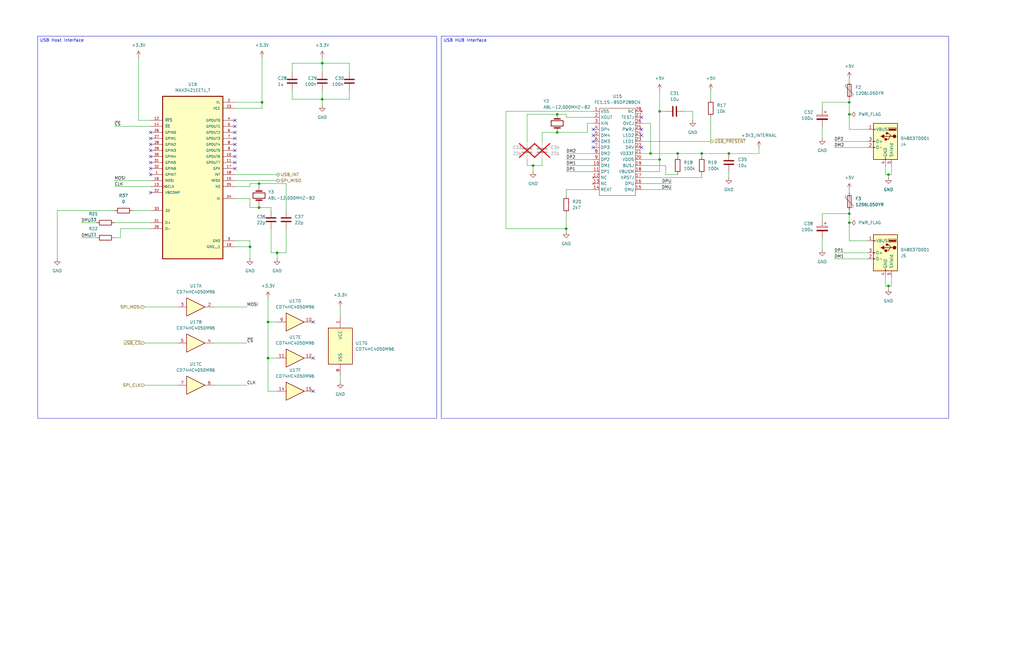
<source format=kicad_sch>
(kicad_sch (version 20250114) (generator "eeschema") (generator_version "9.0")
  (paper "USLedger")
  (lib_symbols
    (symbol "4xxx:4050" (pin_names (offset 1.016))
      (property "Reference" "U" (at 0 1.27 0))
      (property "Value" "4050" (at 0 -1.27 0))
      (symbol "4050_1_0"
        (polyline (pts (xy -3.81 3.81) (xy -3.81 -3.81) (xy 3.81 0) (xy -3.81 3.81)) (stroke (width 0.254)) (fill (type background)))
        (pin input line (at -7.62 0 0) (length 3.81) (name "~") (number "3"))
        (pin output line (at 7.62 0 180) (length 3.81) (name "~") (number "2"))
      )
      (symbol "4050_2_0"
        (polyline (pts (xy -3.81 3.81) (xy -3.81 -3.81) (xy 3.81 0) (xy -3.81 3.81)) (stroke (width 0.254)) (fill (type background)))
        (pin input line (at -7.62 0 0) (length 3.81) (name "~") (number "5"))
        (pin output line (at 7.62 0 180) (length 3.81) (name "~") (number "4"))
      )
      (symbol "4050_3_0"
        (polyline (pts (xy -3.81 3.81) (xy -3.81 -3.81) (xy 3.81 0) (xy -3.81 3.81)) (stroke (width 0.254)) (fill (type background)))
        (pin input line (at -7.62 0 0) (length 3.81) (name "~") (number "7"))
        (pin output line (at 7.62 0 180) (length 3.81) (name "~") (number "6"))
      )
      (symbol "4050_4_0"
        (polyline (pts (xy -3.81 3.81) (xy -3.81 -3.81) (xy 3.81 0) (xy -3.81 3.81)) (stroke (width 0.254)) (fill (type background)))
        (pin input line (at -7.62 0 0) (length 3.81) (name "~") (number "9"))
        (pin output line (at 7.62 0 180) (length 3.81) (name "~") (number "10"))
      )
      (symbol "4050_5_0"
        (polyline (pts (xy -3.81 3.81) (xy -3.81 -3.81) (xy 3.81 0) (xy -3.81 3.81)) (stroke (width 0.254)) (fill (type background)))
        (pin input line (at -7.62 0 0) (length 3.81) (name "~") (number "11"))
        (pin output line (at 7.62 0 180) (length 3.81) (name "~") (number "12"))
      )
      (symbol "4050_6_0"
        (polyline (pts (xy -3.81 3.81) (xy -3.81 -3.81) (xy 3.81 0) (xy -3.81 3.81)) (stroke (width 0.254)) (fill (type background)))
        (pin input line (at -7.62 0 0) (length 3.81) (name "~") (number "14"))
        (pin output line (at 7.62 0 180) (length 3.81) (name "~") (number "15"))
      )
      (symbol "4050_7_0"
        (pin power_in line (at 0 12.7 270) (length 5.08) (name "VCC") (number "1"))
        (pin power_in line (at 0 -12.7 90) (length 5.08) (name "VSS") (number "8"))
      )
      (symbol "4050_7_1"
        (rectangle (start -5.08 7.62) (end 5.08 -7.62) (stroke (width 0.254)) (fill (type background)))
      )
    )
    (symbol "Connector:USB_A" (pin_names (offset 1.016))
      (property "Reference" "J" (at -5.08 11.43 0))
      (property "Value" "USB_A" (at -5.08 8.89 0))
      (symbol "USB_A_0_1"
        (rectangle (start -5.08 -7.62) (end 5.08 7.62) (stroke (width 0.254)) (fill (type background)))
        (circle (center -3.81 2.159) (radius 0.635) (stroke (width 0.254)) (fill (type outline)))
        (polyline (pts (xy -3.175 2.159) (xy -2.54 2.159) (xy -1.27 3.429) (xy -0.635 3.429)) (stroke (width 0.254)))
        (polyline (pts (xy -2.54 2.159) (xy -1.905 2.159) (xy -1.27 0.889) (xy 0 0.889)) (stroke (width 0.254)))
        (rectangle (start -1.524 4.826) (end -4.318 5.334) (fill (type outline)))
        (rectangle (start -1.27 4.572) (end -4.572 5.842))
        (circle (center -0.635 3.429) (radius 0.381) (stroke (width 0.254)) (fill (type outline)))
        (rectangle (start -0.127 -7.62) (end 0.127 -6.858))
        (rectangle (start 0.254 1.27) (end -0.508 0.508) (stroke (width 0.254)) (fill (type outline)))
        (polyline (pts (xy 0.635 2.794) (xy 0.635 1.524) (xy 1.905 2.159) (xy 0.635 2.794)) (stroke (width 0.254)) (fill (type outline)))
        (rectangle (start 5.08 4.953) (end 4.318 5.207))
        (rectangle (start 5.08 -0.127) (end 4.318 0.127))
        (rectangle (start 5.08 -2.667) (end 4.318 -2.413))
      )
      (symbol "USB_A_1_1"
        (polyline (pts (xy -1.905 2.159) (xy 0.635 2.159)) (stroke (width 0.254)))
        (pin passive line (at -2.54 -10.16 90) (length 2.54) (name "Shield") (number "5"))
        (pin power_in line (at 0 -10.16 90) (length 2.54) (name "GND") (number "4"))
        (pin power_in line (at 7.62 5.08 180) (length 2.54) (name "VBUS") (number "1"))
        (pin bidirectional line (at 7.62 0 180) (length 2.54) (name "D+") (number "3"))
        (pin bidirectional line (at 7.62 -2.54 180) (length 2.54) (name "D-") (number "2"))
      )
    )
    (symbol "Device:C" (pin_numbers (hide yes)) (pin_names (offset 0.254))
      (property "Reference" "C" (at 0.635 2.54 0))
      (property "Value" "C" (at 0.635 -2.54 0))
      (symbol "C_0_1"
        (polyline (pts (xy -2.032 0.762) (xy 2.032 0.762)) (stroke (width 0.508)))
        (polyline (pts (xy -2.032 -0.762) (xy 2.032 -0.762)) (stroke (width 0.508)))
      )
      (symbol "C_1_1"
        (pin passive line (at 0 3.81 270) (length 2.794) (name "~") (number "1"))
        (pin passive line (at 0 -3.81 90) (length 2.794) (name "~") (number "2"))
      )
    )
    (symbol "Device:C_Polarized" (pin_numbers (hide yes)) (pin_names (offset 0.254))
      (property "Reference" "C" (at 0.635 2.54 0))
      (property "Value" "C_Polarized" (at 0.635 -2.54 0))
      (symbol "C_Polarized_0_1"
        (rectangle (start -2.286 0.508) (end 2.286 1.016))
        (polyline (pts (xy -1.778 2.286) (xy -0.762 2.286)))
        (polyline (pts (xy -1.27 2.794) (xy -1.27 1.778)))
        (rectangle (start 2.286 -0.508) (end -2.286 -1.016) (fill (type outline)))
      )
      (symbol "C_Polarized_1_1"
        (pin passive line (at 0 3.81 270) (length 2.794) (name "~") (number "1"))
        (pin passive line (at 0 -3.81 90) (length 2.794) (name "~") (number "2"))
      )
    )
    (symbol "Device:Crystal" (pin_numbers (hide yes)) (pin_names (offset 1.016) (hide yes))
      (property "Reference" "Y" (at 0 3.81 0))
      (property "Value" "Crystal" (at 0 -3.81 0))
      (symbol "Crystal_0_1"
        (polyline (pts (xy -2.54 0) (xy -1.905 0)))
        (polyline (pts (xy -1.905 -1.27) (xy -1.905 1.27)) (stroke (width 0.508)))
        (rectangle (start -1.143 2.54) (end 1.143 -2.54) (stroke (width 0.3048)))
        (polyline (pts (xy 1.905 -1.27) (xy 1.905 1.27)) (stroke (width 0.508)))
        (polyline (pts (xy 2.54 0) (xy 1.905 0)))
      )
      (symbol "Crystal_1_1"
        (pin passive line (at -3.81 0 0) (length 1.27) (name "1") (number "1"))
        (pin passive line (at 3.81 0 180) (length 1.27) (name "2") (number "2"))
      )
    )
    (symbol "Device:Polyfuse" (pin_numbers (hide yes)) (pin_names (offset 0))
      (property "Reference" "F" (at -2.54 0 90))
      (property "Value" "Polyfuse" (at 2.54 0 90))
      (symbol "Polyfuse_0_1"
        (polyline (pts (xy -1.524 2.54) (xy -1.524 1.524) (xy 1.524 -1.524) (xy 1.524 -2.54)))
        (rectangle (start -0.762 2.54) (end 0.762 -2.54) (stroke (width 0.254)))
        (polyline (pts (xy 0 2.54) (xy 0 -2.54)))
      )
      (symbol "Polyfuse_1_1"
        (pin passive line (at 0 3.81 270) (length 1.27) (name "~") (number "1"))
        (pin passive line (at 0 -3.81 90) (length 1.27) (name "~") (number "2"))
      )
    )
    (symbol "Device:R" (pin_numbers (hide yes)) (pin_names (offset 0))
      (property "Reference" "R" (at 2.032 0 90))
      (property "Value" "R" (at 0 0 90))
      (symbol "R_0_1"
        (rectangle (start -1.016 -2.54) (end 1.016 2.54) (stroke (width 0.254)))
      )
      (symbol "R_1_1"
        (pin passive line (at 0 3.81 270) (length 1.27) (name "~") (number "1"))
        (pin passive line (at 0 -3.81 90) (length 1.27) (name "~") (number "2"))
      )
    )
    (symbol "MAX3421EETJ_T:MAX3421EETJ_T" (pin_names (offset 1.016))
      (property "Reference" "U15" (at 0 38.1 0))
      (property "Value" "MAX3421EETJ_T" (at 0 35.56 0))
      (symbol "MAX3421EETJ_T_0_0"
        (rectangle (start -12.7 -35.56) (end 12.7 33.02) (stroke (width 0.41)) (fill (type background)))
        (pin input line (at -17.78 22.86 0) (length 5.08) (name "~{RES}") (number "12"))
        (pin input line (at -17.78 20.32 0) (length 5.08) (name "~{SS}") (number "14"))
        (pin input line (at -17.78 17.78 0) (length 5.08) (name "GPIN0") (number "26"))
        (pin input line (at -17.78 15.24 0) (length 5.08) (name "GPIN1") (number "27"))
        (pin input line (at -17.78 12.7 0) (length 5.08) (name "GPIN2") (number "28"))
        (pin input line (at -17.78 10.16 0) (length 5.08) (name "GPIN3") (number "29"))
        (pin input line (at -17.78 7.62 0) (length 5.08) (name "GPIN4") (number "30"))
        (pin input line (at -17.78 5.08 0) (length 5.08) (name "GPIN5") (number "31"))
        (pin input line (at -17.78 2.54 0) (length 5.08) (name "GPIN6") (number "32"))
        (pin input line (at -17.78 0 0) (length 5.08) (name "GPIN7") (number "1"))
        (pin input line (at -17.78 -2.54 0) (length 5.08) (name "MOSI") (number "16"))
        (pin input clock (at -17.78 -5.08 0) (length 5.08) (name "SCLK") (number "13"))
        (pin input line (at -17.78 -7.62 0) (length 5.08) (name "VBCOMP") (number "22"))
        (pin bidirectional line (at -17.78 -15.24 0) (length 5.08) (name "33") (number "33"))
        (pin bidirectional line (at -17.78 -20.32 0) (length 5.08) (name "D+") (number "21"))
        (pin bidirectional line (at -17.78 -22.86 0) (length 5.08) (name "D-") (number "20"))
        (pin power_in line (at 17.78 30.48 180) (length 5.08) (name "VL") (number "2"))
        (pin power_in line (at 17.78 27.94 180) (length 5.08) (name "VCC") (number "23"))
        (pin output line (at 17.78 22.86 180) (length 5.08) (name "GPOUT0") (number "4"))
        (pin output line (at 17.78 20.32 180) (length 5.08) (name "GPOUT1") (number "5"))
        (pin output line (at 17.78 17.78 180) (length 5.08) (name "GPOUT2") (number "6"))
        (pin output line (at 17.78 15.24 180) (length 5.08) (name "GPOUT3") (number "7"))
        (pin output line (at 17.78 12.7 180) (length 5.08) (name "GPOUT4") (number "8"))
        (pin output line (at 17.78 10.16 180) (length 5.08) (name "GPOUT5") (number "9"))
        (pin output line (at 17.78 7.62 180) (length 5.08) (name "GPOUT6") (number "10"))
        (pin output line (at 17.78 5.08 180) (length 5.08) (name "GPOUT7") (number "11"))
        (pin output line (at 17.78 2.54 180) (length 5.08) (name "GPX") (number "17"))
        (pin output line (at 17.78 0 180) (length 5.08) (name "INT") (number "18"))
        (pin output line (at 17.78 -2.54 180) (length 5.08) (name "MISO") (number "15"))
        (pin output line (at 17.78 -5.08 180) (length 5.08) (name "XO") (number "25"))
        (pin input line (at 17.78 -10.16 180) (length 5.08) (name "XI") (number "24"))
        (pin power_in line (at 17.78 -27.94 180) (length 5.08) (name "GND") (number "3"))
        (pin power_in line (at 17.78 -30.48 180) (length 5.08) (name "GND__1") (number "19"))
      )
    )
    (symbol "Z80HomeBreW:FE1.1s"
      (property "Reference" "U" (at 0 -1.016 0))
      (symbol "FE1.1s_0_0"
        (pin power_in line (at -10.16 -3.81 0) (length 2.54) (name "VSS") (number "1"))
        (pin output line (at -10.16 -6.35 0) (length 2.54) (name "XOUT") (number "2"))
        (pin input line (at -10.16 -8.89 0) (length 2.54) (name "XIN") (number "3"))
        (pin bidirectional line (at -10.16 -11.43 0) (length 2.54) (name "DP4") (number "4"))
        (pin bidirectional line (at -10.16 -13.97 0) (length 2.54) (name "DM4") (number "5"))
        (pin bidirectional line (at -10.16 -16.51 0) (length 2.54) (name "DM3") (number "6"))
        (pin bidirectional line (at -10.16 -19.05 0) (length 2.54) (name "DP3") (number "7"))
        (pin bidirectional line (at -10.16 -21.59 0) (length 2.54) (name "DM2") (number "8"))
        (pin bidirectional line (at -10.16 -24.13 0) (length 2.54) (name "DP2") (number "9"))
        (pin bidirectional line (at -10.16 -26.67 0) (length 2.54) (name "DM1") (number "10"))
        (pin bidirectional line (at -10.16 -29.21 0) (length 2.54) (name "DP1") (number "11"))
        (pin no_connect line (at -10.16 -31.75 0) (length 2.54) (name "NC") (number "12"))
        (pin no_connect line (at -10.16 -34.29 0) (length 2.54) (name "NC") (number "13"))
        (pin no_connect line (at 10.16 -3.81 180) (length 2.54) (name "NC") (number "28"))
        (pin unspecified line (at 10.16 -6.35 180) (length 2.54) (name "TESTJ") (number "27"))
        (pin input line (at 10.16 -8.89 180) (length 2.54) (name "OVCJ") (number "26"))
        (pin unspecified line (at 10.16 -11.43 180) (length 2.54) (name "PWRJ") (number "25"))
        (pin bidirectional line (at 10.16 -13.97 180) (length 2.54) (name "LED2") (number "24"))
        (pin bidirectional line (at 10.16 -16.51 180) (length 2.54) (name "LED1") (number "23"))
        (pin bidirectional line (at 10.16 -19.05 180) (length 2.54) (name "DRV") (number "22"))
        (pin power_out line (at 10.16 -21.59 180) (length 2.54) (name "VD33F") (number "21"))
        (pin power_in line (at 10.16 -24.13 180) (length 2.54) (name "VDD5") (number "20"))
        (pin input line (at 10.16 -26.67 180) (length 2.54) (name "BUSJ") (number "19"))
        (pin input line (at 10.16 -29.21 180) (length 2.54) (name "VBUSM") (number "18"))
        (pin input line (at 10.16 -31.75 180) (length 2.54) (name "XRSTJ") (number "17"))
        (pin bidirectional line (at 10.16 -34.29 180) (length 2.54) (name "DPU") (number "16"))
        (pin bidirectional line (at 10.16 -36.83 180) (length 2.54) (name "DMU") (number "15"))
      )
      (symbol "FE1.1s_0_1"
        (rectangle (start -7.62 -2.54) (end 7.62 -39.37))
      )
      (symbol "FE1.1s_1_0"
        (pin bidirectional line (at -10.16 -36.83 0) (length 2.54) (name "REXT") (number "14"))
      )
    )
    (symbol "power:+3.3V" (power) (pin_numbers (hide yes)) (pin_names (offset 0) (hide yes))
      (property "Value" "+3.3V" (at 0 3.556 0))
      (symbol "+3.3V_0_1"
        (polyline (pts (xy -0.762 1.27) (xy 0 2.54)))
        (polyline (pts (xy 0 2.54) (xy 0.762 1.27)))
        (polyline (pts (xy 0 0) (xy 0 2.54)))
      )
      (symbol "+3.3V_1_1"
        (pin power_in line (at 0 0 90) (length 0) (name "~") (number "1"))
      )
    )
    (symbol "power:+5V" (power) (pin_numbers (hide yes)) (pin_names (offset 0) (hide yes))
      (property "Value" "+5V" (at 0 3.556 0))
      (symbol "+5V_0_1"
        (polyline (pts (xy -0.762 1.27) (xy 0 2.54)))
        (polyline (pts (xy 0 2.54) (xy 0.762 1.27)))
        (polyline (pts (xy 0 0) (xy 0 2.54)))
      )
      (symbol "+5V_1_1"
        (pin power_in line (at 0 0 90) (length 0) (name "~") (number "1"))
      )
    )
    (symbol "power:GND" (power) (pin_numbers (hide yes)) (pin_names (offset 0) (hide yes))
      (property "Value" "GND" (at 0 -3.81 0))
      (symbol "GND_0_1"
        (polyline (pts (xy 0 0) (xy 0 -1.27) (xy 1.27 -1.27) (xy 0 -2.54) (xy -1.27 -1.27) (xy 0 -1.27)))
      )
      (symbol "GND_1_1"
        (pin power_in line (at 0 0 270) (length 0) (name "~") (number "1"))
      )
    )
    (symbol "power:PWR_FLAG" (power) (pin_numbers (hide yes)) (pin_names (offset 0) (hide yes))
      (property "Value" "PWR_FLAG" (at 0 3.81 0))
      (symbol "PWR_FLAG_0_0"
        (pin power_out line (at 0 0 90) (length 0) (name "~") (number "1"))
      )
      (symbol "PWR_FLAG_0_1"
        (polyline (pts (xy 0 0) (xy 0 1.27) (xy -1.016 1.905) (xy 0 2.54) (xy 1.016 1.905) (xy 0 1.27)))
      )
    )
  )
  (text_box "USB HUB Interface" (at 186.055 15.24 0) (size 213.995 161.29) (margins 0.9525 0.9525 0.9525 0.9525) (effects (font (size 1.27 1.27)) (justify left top)))
  (text_box "USB Host Interface" (at 15.875 15.24 0) (size 168.275 161.29) (margins 0.9525 0.9525 0.9525 0.9525) (effects (font (size 1.27 1.27)) (justify left top)))
  (junction (at 278.13 46.99))
  (junction (at 135.89 41.91))
  (junction (at 307.34 64.77))
  (junction (at 274.32 64.77))
  (junction (at 374.65 120.65))
  (junction (at 278.13 67.31))
  (junction (at 110.49 43.18))
  (junction (at 234.95 48.26))
  (junction (at 285.75 64.77))
  (junction (at 116.84 106.68))
  (junction (at 224.79 69.85))
  (junction (at 105.41 104.14))
  (junction (at 109.22 87.63))
  (junction (at 238.76 96.52))
  (junction (at 358.14 90.17))
  (junction (at 374.65 73.66))
  (junction (at 358.14 93.98))
  (junction (at 358.14 43.18))
  (junction (at 234.95 55.88))
  (junction (at 113.03 151.13))
  (junction (at 295.91 64.77))
  (junction (at 358.14 48.26))
  (junction (at 109.22 77.47))
  (junction (at 113.03 135.89))
  (junction (at 135.89 26.67))
  (no_connect (at 99.06 63.5))
  (no_connect (at 63.5 60.96))
  (no_connect (at 63.5 68.58))
  (no_connect (at 250.19 54.61))
  (no_connect (at 63.5 58.42))
  (no_connect (at 132.08 135.89))
  (no_connect (at 99.06 58.42))
  (no_connect (at 250.19 59.69))
  (no_connect (at 63.5 71.12))
  (no_connect (at 63.5 73.66))
  (no_connect (at 63.5 66.04))
  (no_connect (at 132.08 165.1))
  (no_connect (at 99.06 53.34))
  (no_connect (at 99.06 71.12))
  (no_connect (at 99.06 50.8))
  (no_connect (at 270.51 49.53))
  (no_connect (at 99.06 68.58))
  (no_connect (at 63.5 63.5))
  (no_connect (at 270.51 54.61))
  (no_connect (at 132.08 151.13))
  (no_connect (at 63.5 81.28))
  (no_connect (at 99.06 66.04))
  (no_connect (at 99.06 55.88))
  (no_connect (at 270.51 57.15))
  (no_connect (at 63.5 55.88))
  (no_connect (at 270.51 62.23))
  (no_connect (at 250.19 62.23))
  (no_connect (at 99.06 60.96))
  (no_connect (at 250.19 57.15))
  (wire (pts (xy 116.84 106.68) (xy 120.65 106.68)))
  (wire (pts (xy 113.03 151.13) (xy 116.84 151.13)))
  (wire (pts (xy 116.84 109.22) (xy 116.84 106.68)))
  (wire (pts (xy 270.51 59.69) (xy 299.72 59.69)))
  (wire (pts (xy 351.79 106.68) (xy 365.76 106.68)))
  (wire (pts (xy 135.89 44.45) (xy 135.89 41.91)))
  (wire (pts (xy 238.76 80.01) (xy 250.19 80.01)))
  (wire (pts (xy 224.79 69.85) (xy 228.6 69.85)))
  (wire (pts (xy 123.19 41.91) (xy 135.89 41.91)))
  (wire (pts (xy 270.51 77.47) (xy 283.21 77.47)))
  (wire (pts (xy 114.3 87.63) (xy 114.3 88.9)))
  (wire (pts (xy 113.03 135.89) (xy 113.03 151.13)))
  (wire (pts (xy 278.13 46.99) (xy 278.13 67.31)))
  (wire (pts (xy 351.79 59.69) (xy 365.76 59.69)))
  (wire (pts (xy 278.13 38.1) (xy 278.13 46.99)))
  (wire (pts (xy 247.65 52.07) (xy 250.19 52.07)))
  (wire (pts (xy 109.22 78.74) (xy 109.22 77.47)))
  (wire (pts (xy 109.22 87.63) (xy 109.22 86.36)))
  (wire (pts (xy 99.06 83.82) (xy 105.41 83.82)))
  (wire (pts (xy 234.95 55.88) (xy 228.6 55.88)))
  (wire (pts (xy 238.76 67.31) (xy 250.19 67.31)))
  (wire (pts (xy 280.67 73.66) (xy 285.75 73.66)))
  (wire (pts (xy 320.04 62.23) (xy 320.04 64.77)))
  (wire (pts (xy 295.91 64.77) (xy 307.34 64.77)))
  (wire (pts (xy 123.19 38.1) (xy 123.19 41.91)))
  (wire (pts (xy 238.76 97.79) (xy 238.76 96.52)))
  (wire (pts (xy 270.51 52.07) (xy 274.32 52.07)))
  (wire (pts (xy 60.96 144.78) (xy 74.93 144.78)))
  (wire (pts (xy 60.96 162.56) (xy 74.93 162.56)))
  (wire (pts (xy 307.34 64.77) (xy 320.04 64.77)))
  (wire (pts (xy 224.79 72.39) (xy 224.79 69.85)))
  (wire (pts (xy 375.92 120.65) (xy 375.92 116.84)))
  (wire (pts (xy 358.14 41.91) (xy 358.14 43.18)))
  (wire (pts (xy 48.26 76.2) (xy 63.5 76.2)))
  (wire (pts (xy 375.92 73.66) (xy 375.92 69.85)))
  (wire (pts (xy 358.14 33.02) (xy 358.14 34.29)))
  (wire (pts (xy 147.32 26.67) (xy 135.89 26.67)))
  (wire (pts (xy 40.64 100.33) (xy 34.29 100.33)))
  (wire (pts (xy 351.79 62.23) (xy 365.76 62.23)))
  (wire (pts (xy 299.72 38.1) (xy 299.72 41.91)))
  (wire (pts (xy 99.06 104.14) (xy 105.41 104.14)))
  (wire (pts (xy 285.75 64.77) (xy 285.75 66.04)))
  (wire (pts (xy 228.6 55.88) (xy 228.6 59.69)))
  (wire (pts (xy 50.8 100.33) (xy 48.26 100.33)))
  (wire (pts (xy 234.95 55.88) (xy 247.65 55.88)))
  (wire (pts (xy 58.42 50.8) (xy 63.5 50.8)))
  (wire (pts (xy 48.26 93.98) (xy 63.5 93.98)))
  (wire (pts (xy 346.71 92.71) (xy 346.71 90.17)))
  (wire (pts (xy 234.95 48.26) (xy 222.25 48.26)))
  (wire (pts (xy 90.17 144.78) (xy 104.14 144.78)))
  (wire (pts (xy 147.32 41.91) (xy 135.89 41.91)))
  (wire (pts (xy 238.76 48.26) (xy 238.76 49.53)))
  (wire (pts (xy 234.95 48.26) (xy 238.76 48.26)))
  (wire (pts (xy 143.51 129.54) (xy 143.51 133.35)))
  (wire (pts (xy 55.88 88.9) (xy 63.5 88.9)))
  (wire (pts (xy 113.03 165.1) (xy 116.84 165.1)))
  (wire (pts (xy 373.38 120.65) (xy 374.65 120.65)))
  (wire (pts (xy 374.65 120.65) (xy 375.92 120.65)))
  (wire (pts (xy 99.06 78.74) (xy 105.41 78.74)))
  (wire (pts (xy 143.51 161.29) (xy 143.51 158.75)))
  (wire (pts (xy 123.19 26.67) (xy 135.89 26.67)))
  (wire (pts (xy 373.38 116.84) (xy 373.38 120.65)))
  (wire (pts (xy 135.89 38.1) (xy 135.89 41.91)))
  (wire (pts (xy 58.42 24.13) (xy 58.42 50.8)))
  (wire (pts (xy 295.91 73.66) (xy 295.91 74.93)))
  (wire (pts (xy 228.6 67.31) (xy 228.6 69.85)))
  (wire (pts (xy 114.3 106.68) (xy 116.84 106.68)))
  (wire (pts (xy 120.65 96.52) (xy 120.65 106.68)))
  (wire (pts (xy 270.51 69.85) (xy 280.67 69.85)))
  (wire (pts (xy 270.51 67.31) (xy 278.13 67.31)))
  (wire (pts (xy 135.89 24.13) (xy 135.89 26.67)))
  (wire (pts (xy 34.29 93.98) (xy 40.64 93.98)))
  (wire (pts (xy 213.36 96.52) (xy 238.76 96.52)))
  (wire (pts (xy 346.71 90.17) (xy 358.14 90.17)))
  (wire (pts (xy 105.41 83.82) (xy 105.41 87.63)))
  (wire (pts (xy 346.71 100.33) (xy 346.71 105.41)))
  (wire (pts (xy 110.49 45.72) (xy 110.49 43.18)))
  (wire (pts (xy 110.49 24.13) (xy 110.49 43.18)))
  (wire (pts (xy 24.13 88.9) (xy 48.26 88.9)))
  (wire (pts (xy 373.38 69.85) (xy 373.38 73.66)))
  (wire (pts (xy 99.06 76.2) (xy 116.84 76.2)))
  (wire (pts (xy 99.06 73.66) (xy 116.84 73.66)))
  (wire (pts (xy 114.3 96.52) (xy 114.3 106.68)))
  (wire (pts (xy 113.03 125.73) (xy 113.03 135.89)))
  (wire (pts (xy 346.71 53.34) (xy 346.71 58.42)))
  (wire (pts (xy 99.06 43.18) (xy 110.49 43.18)))
  (wire (pts (xy 213.36 46.99) (xy 250.19 46.99)))
  (wire (pts (xy 374.65 73.66) (xy 375.92 73.66)))
  (wire (pts (xy 238.76 49.53) (xy 250.19 49.53)))
  (wire (pts (xy 135.89 26.67) (xy 135.89 30.48)))
  (wire (pts (xy 24.13 88.9) (xy 24.13 109.22)))
  (wire (pts (xy 288.29 46.99) (xy 292.1 46.99)))
  (wire (pts (xy 358.14 43.18) (xy 358.14 48.26)))
  (wire (pts (xy 278.13 67.31) (xy 278.13 72.39)))
  (wire (pts (xy 295.91 64.77) (xy 295.91 66.04)))
  (wire (pts (xy 346.71 45.72) (xy 346.71 43.18)))
  (wire (pts (xy 105.41 87.63) (xy 109.22 87.63)))
  (wire (pts (xy 285.75 64.77) (xy 295.91 64.77)))
  (wire (pts (xy 278.13 46.99) (xy 280.67 46.99)))
  (wire (pts (xy 358.14 88.9) (xy 358.14 90.17)))
  (wire (pts (xy 238.76 90.17) (xy 238.76 96.52)))
  (wire (pts (xy 274.32 52.07) (xy 274.32 64.77)))
  (wire (pts (xy 147.32 30.48) (xy 147.32 26.67)))
  (wire (pts (xy 373.38 73.66) (xy 374.65 73.66)))
  (wire (pts (xy 270.51 64.77) (xy 274.32 64.77)))
  (wire (pts (xy 238.76 82.55) (xy 238.76 80.01)))
  (wire (pts (xy 90.17 162.56) (xy 104.14 162.56)))
  (wire (pts (xy 50.8 96.52) (xy 63.5 96.52)))
  (wire (pts (xy 358.14 90.17) (xy 358.14 93.98)))
  (wire (pts (xy 351.79 109.22) (xy 365.76 109.22)))
  (wire (pts (xy 358.14 48.26) (xy 358.14 54.61)))
  (wire (pts (xy 99.06 101.6) (xy 105.41 101.6)))
  (wire (pts (xy 270.51 72.39) (xy 278.13 72.39)))
  (wire (pts (xy 222.25 48.26) (xy 222.25 59.69)))
  (wire (pts (xy 120.65 77.47) (xy 120.65 88.9)))
  (wire (pts (xy 147.32 38.1) (xy 147.32 41.91)))
  (wire (pts (xy 48.26 53.34) (xy 63.5 53.34)))
  (wire (pts (xy 48.26 78.74) (xy 63.5 78.74)))
  (wire (pts (xy 270.51 80.01) (xy 283.21 80.01)))
  (wire (pts (xy 99.06 45.72) (xy 110.49 45.72)))
  (wire (pts (xy 358.14 93.98) (xy 358.14 101.6)))
  (wire (pts (xy 109.22 77.47) (xy 120.65 77.47)))
  (wire (pts (xy 238.76 64.77) (xy 250.19 64.77)))
  (wire (pts (xy 109.22 87.63) (xy 114.3 87.63)))
  (wire (pts (xy 280.67 69.85) (xy 280.67 73.66)))
  (wire (pts (xy 238.76 72.39) (xy 250.19 72.39)))
  (wire (pts (xy 358.14 54.61) (xy 365.76 54.61)))
  (wire (pts (xy 358.14 101.6) (xy 365.76 101.6)))
  (wire (pts (xy 274.32 64.77) (xy 285.75 64.77)))
  (wire (pts (xy 105.41 101.6) (xy 105.41 104.14)))
  (wire (pts (xy 358.14 80.01) (xy 358.14 81.28)))
  (wire (pts (xy 113.03 151.13) (xy 113.03 165.1)))
  (wire (pts (xy 116.84 135.89) (xy 113.03 135.89)))
  (wire (pts (xy 105.41 104.14) (xy 105.41 109.22)))
  (wire (pts (xy 222.25 69.85) (xy 224.79 69.85)))
  (wire (pts (xy 374.65 74.93) (xy 374.65 73.66)))
  (wire (pts (xy 213.36 46.99) (xy 213.36 96.52)))
  (wire (pts (xy 292.1 46.99) (xy 292.1 50.8)))
  (wire (pts (xy 60.96 129.54) (xy 74.93 129.54)))
  (wire (pts (xy 270.51 74.93) (xy 295.91 74.93)))
  (wire (pts (xy 90.17 129.54) (xy 104.14 129.54)))
  (wire (pts (xy 123.19 30.48) (xy 123.19 26.67)))
  (wire (pts (xy 105.41 78.74) (xy 105.41 77.47)))
  (wire (pts (xy 105.41 77.47) (xy 109.22 77.47)))
  (wire (pts (xy 247.65 55.88) (xy 247.65 52.07)))
  (wire (pts (xy 307.34 72.39) (xy 307.34 74.93)))
  (wire (pts (xy 299.72 49.53) (xy 299.72 59.69)))
  (wire (pts (xy 346.71 43.18) (xy 358.14 43.18)))
  (wire (pts (xy 50.8 96.52) (xy 50.8 100.33)))
  (wire (pts (xy 238.76 69.85) (xy 250.19 69.85)))
  (wire (pts (xy 374.65 121.92) (xy 374.65 120.65)))
  (wire (pts (xy 222.25 67.31) (xy 222.25 69.85)))
  (label "DM1" (at 238.76 69.85 0))
  (label "DP2" (at 351.79 59.69 0))
  (label "DPU" (at 283.21 77.47 180))
  (label "DM1" (at 351.79 109.22 0))
  (label "DM2" (at 351.79 62.23 0))
  (label "~{CS}" (at 48.26 53.34 0))
  (label "MOSI" (at 104.14 129.54 0))
  (label "DPU" (at 34.29 93.98 0))
  (label "DP2" (at 238.76 67.31 0))
  (label "MOSI" (at 48.26 76.2 0))
  (label "DMU" (at 34.29 100.33 0))
  (label "CLK" (at 104.14 162.56 0))
  (label "CLK" (at 48.26 78.74 0))
  (label "DMU" (at 283.21 80.01 180))
  (label "DP1" (at 351.79 106.68 0))
  (label "~{CS}" (at 104.14 144.78 0))
  (label "DM2" (at 238.76 64.77 0))
  (label "DP1" (at 238.76 72.39 0))
  (hierarchical_label "SPI_CLK" (shape input) (at 60.96 162.56 180))
  (hierarchical_label "SPI_MOSI" (shape input) (at 60.96 129.54 180))
  (hierarchical_label "~{USB_CS}" (shape input) (at 60.96 144.78 180))
  (hierarchical_label "SPI_MISO" (shape output) (at 116.84 76.2 0))
  (hierarchical_label "~{USB_PRESENT}" (shape output) (at 299.72 59.69 0))
  (hierarchical_label "USB_INT" (shape output) (at 116.84 73.66 0))
  (symbol (lib_id "Device:Crystal") (at 109.22 82.55 90) (unit 1)
    (property "Reference" "Y3" (at 113.03 81.026 90) (effects (justify right)))
    (property "Value" "ABL-12.000MHZ-B2" (at 113.03 83.566 90) (effects (justify right)))
    (property "Footprint" "Crystal:Crystal_HC49-U_Vertical" (effects (hide yes)))
    (property "Description" "Two pin crystal" (effects (hide yes)))
  )
  (symbol (lib_id "power:+3.3V") (at 135.89 24.13 0) (unit 1)
    (property "Reference" "#PWR064" (effects (hide yes)))
    (property "Value" "+3.3V" (at 135.89 19.05 0))
    (property "Description" "Power symbol creates a global label with name \"+3.3V\"" (effects (hide yes)))
  )
  (symbol (lib_id "power:GND") (at 116.84 109.22 0) (unit 1)
    (property "Reference" "#PWR080" (effects (hide yes)))
    (property "Value" "GND" (at 116.84 114.3 0))
    (property "Description" "Power symbol creates a global label with name \"GND\" , ground" (effects (hide yes)))
  )
  (symbol (lib_id "power:GND") (at 105.41 109.22 0) (unit 1)
    (property "Reference" "#PWR079" (effects (hide yes)))
    (property "Value" "GND" (at 105.41 114.3 0))
    (property "Description" "Power symbol creates a global label with name \"GND\" , ground" (effects (hide yes)))
  )
  (symbol (lib_id "Device:R") (at 299.72 45.72 0) (unit 1)
    (property "Reference" "R17" (at 302.26 44.4499 0) (effects (justify left)))
    (property "Value" "10k" (at 302.26 46.9899 0) (effects (justify left)))
    (property "Footprint" "Resistor_SMD:R_0603_1608Metric" (effects (hide yes)))
    (property "Description" "Resistor" (effects (hide yes)))
  )
  (symbol (lib_id "power:GND") (at 143.51 161.29 0) (unit 1)
    (property "Reference" "#PWR083" (effects (hide yes)))
    (property "Value" "GND" (at 143.51 166.37 0))
    (property "Description" "Power symbol creates a global label with name \"GND\" , ground" (effects (hide yes)))
  )
  (symbol (lib_id "Device:C") (at 123.19 34.29 180) (unit 1)
    (property "Reference" "C28" (at 117.094 33.02 0) (effects (justify right)))
    (property "Value" "1u" (at 117.094 35.56 0) (effects (justify right)))
    (property "Footprint" "Capacitor_SMD:C_0603_1608Metric" (effects (hide yes)))
    (property "Description" "Unpolarized capacitor" (effects (hide yes)))
  )
  (symbol (lib_id "Device:C_Polarized") (at 346.71 49.53 0) (mirror y) (unit 1)
    (property "Reference" "C32" (at 342.9 47.3709 0) (effects (justify left)))
    (property "Value" "100u" (at 342.9 49.9109 0) (effects (justify left)))
    (property "Footprint" "Capacitor_SMD:C_0603_1608Metric" (effects (hide yes)))
    (property "Description" "Polarized capacitor" (effects (hide yes)))
  )
  (symbol (lib_id "4xxx:4050") (at 124.46 151.13 0) (unit 5)
    (property "Reference" "U17" (at 124.46 142.24 0))
    (property "Value" "CD74HC4050M96" (at 124.46 144.78 0))
    (property "Footprint" "Footprints:SOIC127P600X175-16N" (effects (hide yes)))
    (property "Datasheet" "http://www.intersil.com/content/dam/intersil/documents/cd40/cd4050bms.pdf" (effects (hide yes)))
    (property "Description" "Hex Buffer" (effects (hide yes)))
  )
  (symbol (lib_id "Device:Crystal") (at 234.95 52.07 90) (unit 1)
    (property "Reference" "Y2" (at 229.108 42.672 90) (effects (justify right)))
    (property "Value" "ABL-12.000MHZ-B2" (at 229.108 45.212 90) (effects (justify right)))
    (property "Footprint" "Crystal:Crystal_HC49-U_Vertical" (effects (hide yes)))
    (property "Description" "Two pin crystal" (effects (hide yes)))
  )
  (symbol (lib_id "Connector:USB_A") (at 373.38 106.68 0) (mirror y) (unit 1)
    (property "Reference" "J5" (at 379.73 107.9501 0) (effects (justify right)))
    (property "Value" "0480370001" (at 379.73 105.4101 0) (effects (justify right)))
    (property "Footprint" "Footprints:CONN_480370001_MOL" (effects (hide yes)))
    (property "Description" "USB Type A connector" (effects (hide yes)))
  )
  (symbol (lib_id "Device:R") (at 238.76 86.36 0) (unit 1)
    (property "Reference" "R20" (at 241.3 85.0899 0) (effects (justify left)))
    (property "Value" "2k7" (at 241.3 87.6299 0) (effects (justify left)))
    (property "Footprint" "Resistor_SMD:R_0603_1608Metric" (effects (hide yes)))
    (property "Description" "Resistor" (effects (hide yes)))
  )
  (symbol (lib_id "power:GND") (at 346.71 105.41 0) (unit 1)
    (property "Reference" "#PWR077" (effects (hide yes)))
    (property "Value" "GND" (at 346.71 110.49 0))
    (property "Description" "Power symbol creates a global label with name \"GND\" , ground" (effects (hide yes)))
  )
  (symbol (lib_id "power:GND") (at 135.89 44.45 0) (unit 1)
    (property "Reference" "#PWR068" (effects (hide yes)))
    (property "Value" "GND" (at 135.89 49.53 0))
    (property "Description" "Power symbol creates a global label with name \"GND\" , ground" (effects (hide yes)))
  )
  (symbol (lib_id "4xxx:4050") (at 82.55 144.78 0) (unit 2)
    (property "Reference" "U17" (at 82.55 135.89 0))
    (property "Value" "CD74HC4050M96" (at 82.55 138.43 0))
    (property "Footprint" "Footprints:SOIC127P600X175-16N" (effects (hide yes)))
    (property "Datasheet" "http://www.intersil.com/content/dam/intersil/documents/cd40/cd4050bms.pdf" (effects (hide yes)))
    (property "Description" "Hex Buffer" (effects (hide yes)))
  )
  (symbol (lib_id "Device:C") (at 120.65 92.71 180) (unit 1)
    (property "Reference" "C37" (at 124.206 91.44 0) (effects (justify right)))
    (property "Value" "22p" (at 124.206 93.98 0) (effects (justify right)))
    (property "Footprint" "Capacitor_SMD:C_0603_1608Metric" (effects (hide yes)))
    (property "Description" "Unpolarized capacitor" (effects (hide yes)))
  )
  (symbol (lib_id "power:+5V") (at 358.14 33.02 0) (unit 1)
    (property "Reference" "#PWR065" (effects (hide yes)))
    (property "Value" "+5V" (at 358.14 27.94 0))
    (property "Description" "Power symbol creates a global label with name \"+5V\"" (effects (hide yes)))
  )
  (symbol (lib_id "Device:C") (at 147.32 34.29 180) (unit 1)
    (property "Reference" "C30" (at 141.224 33.02 0) (effects (justify right)))
    (property "Value" "100n" (at 139.954 35.56 0) (effects (justify right)))
    (property "Footprint" "Capacitor_SMD:C_0603_1608Metric" (effects (hide yes)))
    (property "Description" "Unpolarized capacitor" (effects (hide yes)))
  )
  (symbol (lib_id "power:PWR_FLAG") (at 358.14 93.98 270) (unit 1)
    (property "Reference" "#FLG04" (effects (hide yes)))
    (property "Value" "PWR_FLAG" (at 361.95 93.9799 90) (effects (justify left)))
    (property "Description" "Special symbol for telling ERC where power comes from" (effects (hide yes)))
  )
  (symbol (lib_id "power:GND") (at 307.34 74.93 0) (unit 1)
    (property "Reference" "#PWR073" (effects (hide yes)))
    (property "Value" "GND" (at 307.34 80.01 0))
    (property "Description" "Power symbol creates a global label with name \"GND\" , ground" (effects (hide yes)))
  )
  (symbol (lib_id "Device:C") (at 307.34 68.58 0) (unit 1)
    (property "Reference" "C35" (at 311.15 67.3099 0) (effects (justify left)))
    (property "Value" "10u" (at 311.15 69.8499 0) (effects (justify left)))
    (property "Footprint" "Capacitor_SMD:C_0603_1608Metric" (effects (hide yes)))
    (property "Description" "Unpolarized capacitor" (effects (hide yes)))
  )
  (symbol (lib_id "Device:C") (at 222.25 63.5 180) (unit 1) (dnp yes)
    (property "Reference" "C33" (at 216.154 62.23 0) (effects (justify right)))
    (property "Value" "22p" (at 216.154 64.77 0) (effects (justify right)))
    (property "Footprint" "Capacitor_SMD:C_0603_1608Metric" (effects (hide yes)))
    (property "Description" "Unpolarized capacitor" (effects (hide yes)))
  )
  (symbol (lib_id "power:GND") (at 224.79 72.39 0) (unit 1)
    (property "Reference" "#PWR072" (effects (hide yes)))
    (property "Value" "GND" (at 224.79 77.47 0))
    (property "Description" "Power symbol creates a global label with name \"GND\" , ground" (effects (hide yes)))
  )
  (symbol (lib_id "Device:R") (at 44.45 93.98 90) (unit 1)
    (property "Reference" "R21" (at 39.37 90.17 90))
    (property "Value" "33" (at 39.37 92.71 90))
    (property "Footprint" "Resistor_SMD:R_0603_1608Metric" (effects (hide yes)))
    (property "Description" "Resistor" (effects (hide yes)))
  )
  (symbol (lib_id "power:GND") (at 292.1 50.8 0) (unit 1)
    (property "Reference" "#PWR069" (effects (hide yes)))
    (property "Value" "GND" (at 292.1 55.88 0))
    (property "Description" "Power symbol creates a global label with name \"GND\" , ground" (effects (hide yes)))
  )
  (symbol (lib_id "power:GND") (at 374.65 121.92 0) (unit 1)
    (property "Reference" "#PWR081" (effects (hide yes)))
    (property "Value" "GND" (at 374.65 127 0))
    (property "Description" "Power symbol creates a global label with name \"GND\" , ground" (effects (hide yes)))
  )
  (symbol (lib_id "Connector:USB_A") (at 373.38 59.69 0) (mirror y) (unit 1)
    (property "Reference" "J4" (at 379.73 60.9601 0) (effects (justify right)))
    (property "Value" "0480370001" (at 379.73 58.4201 0) (effects (justify right)))
    (property "Footprint" "Footprints:CONN_480370001_MOL" (effects (hide yes)))
    (property "Description" "USB Type A connector" (effects (hide yes)))
  )
  (symbol (lib_id "power:+3.3V") (at 58.42 24.13 0) (unit 1)
    (property "Reference" "#PWR062" (effects (hide yes)))
    (property "Value" "+3.3V" (at 58.42 19.05 0))
    (property "Description" "Power symbol creates a global label with name \"+3.3V\"" (effects (hide yes)))
  )
  (symbol (lib_id "Z80HomeBreW:FE1.1s") (at 260.35 43.18 0) (unit 1)
    (property "Reference" "U15" (at 260.35 40.64 0))
    (property "Value" "FE1.1S-BSOP28BCN" (at 260.35 43.18 0))
    (property "Footprint" "Package_SO:SSOP-28_5.3x10.2mm_P0.65mm" (effects (hide yes)))
    (property "Datasheet" "https://www.lcsc.com/datasheet/C9359.pdf" (effects (hide yes)))
    (property "Description" "USB 2.0 High Speed 4- port hub controller from Terminus" (effects (hide yes)))
  )
  (symbol (lib_id "4xxx:4050") (at 143.51 146.05 0) (unit 7)
    (property "Reference" "U17" (at 149.86 144.7799 0) (effects (justify left)))
    (property "Value" "CD74HC4050M96" (at 149.86 147.3199 0) (effects (justify left)))
    (property "Footprint" "Footprints:SOIC127P600X175-16N" (effects (hide yes)))
    (property "Datasheet" "http://www.intersil.com/content/dam/intersil/documents/cd40/cd4050bms.pdf" (effects (hide yes)))
    (property "Description" "Hex Buffer" (effects (hide yes)))
  )
  (symbol (lib_id "power:+5V") (at 299.72 38.1 0) (unit 1)
    (property "Reference" "#PWR067" (effects (hide yes)))
    (property "Value" "+5V" (at 299.72 33.02 0))
    (property "Description" "Power symbol creates a global label with name \"+5V\"" (effects (hide yes)))
  )
  (symbol (lib_id "Device:C_Polarized") (at 346.71 96.52 0) (mirror y) (unit 1)
    (property "Reference" "C38" (at 342.9 94.3609 0) (effects (justify left)))
    (property "Value" "100u" (at 342.9 96.9009 0) (effects (justify left)))
    (property "Footprint" "Capacitor_SMD:C_0603_1608Metric" (effects (hide yes)))
    (property "Description" "Polarized capacitor" (effects (hide yes)))
  )
  (symbol (lib_id "Device:C") (at 284.48 46.99 90) (unit 1)
    (property "Reference" "C31" (at 284.48 39.37 90))
    (property "Value" "10u" (at 284.48 41.91 90))
    (property "Footprint" "Capacitor_SMD:C_0603_1608Metric" (effects (hide yes)))
    (property "Description" "Unpolarized capacitor" (effects (hide yes)))
  )
  (symbol (lib_id "Device:Polyfuse") (at 358.14 85.09 0) (unit 1)
    (property "Reference" "F3" (at 360.68 83.8199 0) (effects (justify left)))
    (property "Value" "1206L050YR" (at 360.68 86.3599 0) (effects (justify left)))
    (property "Footprint" "Fuse:Fuse_1206_3216Metric" (effects (hide yes)))
    (property "Description" "Resettable fuse, polymeric positive temperature coefficient" (effects (hide yes)))
  )
  (symbol (lib_id "Device:R") (at 44.45 100.33 90) (unit 1)
    (property "Reference" "R22" (at 39.37 96.52 90))
    (property "Value" "33" (at 39.37 99.06 90))
    (property "Footprint" "Resistor_SMD:R_0603_1608Metric" (effects (hide yes)))
    (property "Description" "Resistor" (effects (hide yes)))
  )
  (symbol (lib_id "power:GND") (at 238.76 97.79 0) (unit 1)
    (property "Reference" "#PWR076" (effects (hide yes)))
    (property "Value" "GND" (at 238.76 102.87 0))
    (property "Description" "Power symbol creates a global label with name \"GND\" , ground" (effects (hide yes)))
  )
  (symbol (lib_id "4xxx:4050") (at 82.55 162.56 0) (unit 3)
    (property "Reference" "U17" (at 82.55 153.67 0))
    (property "Value" "CD74HC4050M96" (at 82.55 156.21 0))
    (property "Footprint" "Footprints:SOIC127P600X175-16N" (effects (hide yes)))
    (property "Datasheet" "http://www.intersil.com/content/dam/intersil/documents/cd40/cd4050bms.pdf" (effects (hide yes)))
    (property "Description" "Hex Buffer" (effects (hide yes)))
  )
  (symbol (lib_id "4xxx:4050") (at 124.46 135.89 0) (unit 4)
    (property "Reference" "U17" (at 124.46 127 0))
    (property "Value" "CD74HC4050M96" (at 124.46 129.54 0))
    (property "Footprint" "Footprints:SOIC127P600X175-16N" (effects (hide yes)))
    (property "Datasheet" "http://www.intersil.com/content/dam/intersil/documents/cd40/cd4050bms.pdf" (effects (hide yes)))
    (property "Description" "Hex Buffer" (effects (hide yes)))
  )
  (symbol (lib_id "MAX3421EETJ_T:MAX3421EETJ_T") (at 81.28 73.66 0) (unit 1)
    (property "Reference" "U16" (at 81.28 35.56 0))
    (property "Value" "MAX3421EETJ_T" (at 81.28 38.1 0))
    (property "Footprint" "Footprints:QFN50P500X500X80-33N" (effects (hide yes)))
  )
  (symbol (lib_id "power:+5V") (at 278.13 38.1 0) (unit 1)
    (property "Reference" "#PWR066" (effects (hide yes)))
    (property "Value" "+5V" (at 278.13 33.02 0))
    (property "Description" "Power symbol creates a global label with name \"+5V\"" (effects (hide yes)))
  )
  (symbol (lib_id "power:+3.3V") (at 143.51 129.54 0) (unit 1)
    (property "Reference" "#PWR082" (effects (hide yes)))
    (property "Value" "+3.3V" (at 143.51 124.46 0))
    (property "Description" "Power symbol creates a global label with name \"+3.3V\"" (effects (hide yes)))
  )
  (symbol (lib_id "power:PWR_FLAG") (at 358.14 48.26 270) (unit 1)
    (property "Reference" "#FLG03" (effects (hide yes)))
    (property "Value" "PWR_FLAG" (at 361.95 48.2599 90) (effects (justify left)))
    (property "Description" "Special symbol for telling ERC where power comes from" (effects (hide yes)))
  )
  (symbol (lib_id "Device:R") (at 295.91 69.85 0) (unit 1)
    (property "Reference" "R19" (at 298.45 68.5799 0) (effects (justify left)))
    (property "Value" "100k" (at 298.45 71.1199 0) (effects (justify left)))
    (property "Footprint" "Resistor_SMD:R_0603_1608Metric" (effects (hide yes)))
    (property "Description" "Resistor" (effects (hide yes)))
  )
  (symbol (lib_id "power:GND") (at 24.13 109.22 0) (unit 1)
    (property "Reference" "#PWR078" (effects (hide yes)))
    (property "Value" "GND" (at 24.13 114.3 0))
    (property "Description" "Power symbol creates a global label with name \"GND\" , ground" (effects (hide yes)))
  )
  (symbol (lib_id "power:+3.3V") (at 320.04 62.23 0) (unit 1)
    (property "Reference" "#PWR071" (effects (hide yes)))
    (property "Value" "+3V3_INTERNAL" (at 320.04 57.15 0))
    (property "Description" "Power symbol creates a global label with name \"+3.3V\"" (effects (hide yes)))
  )
  (symbol (lib_id "power:GND") (at 346.71 58.42 0) (unit 1)
    (property "Reference" "#PWR070" (effects (hide yes)))
    (property "Value" "GND" (at 346.71 63.5 0))
    (property "Description" "Power symbol creates a global label with name \"GND\" , ground" (effects (hide yes)))
  )
  (symbol (lib_id "Device:R") (at 52.07 88.9 90) (unit 1)
    (property "Reference" "R37" (at 52.07 82.55 90))
    (property "Value" "0" (at 52.07 85.09 90))
    (property "Footprint" "NetTie:NetTie-2_SMD_Pad0.5mm" (effects (hide yes)))
    (property "Description" "Resistor" (effects (hide yes)))
  )
  (symbol (lib_id "power:+5V") (at 358.14 80.01 0) (unit 1)
    (property "Reference" "#PWR075" (effects (hide yes)))
    (property "Value" "+5V" (at 358.14 74.93 0))
    (property "Description" "Power symbol creates a global label with name \"+5V\"" (effects (hide yes)))
  )
  (symbol (lib_id "Device:Polyfuse") (at 358.14 38.1 0) (unit 1)
    (property "Reference" "F2" (at 360.68 36.8299 0) (effects (justify left)))
    (property "Value" "1206L050YR" (at 360.68 39.3699 0) (effects (justify left)))
    (property "Footprint" "Fuse:Fuse_1206_3216Metric" (effects (hide yes)))
    (property "Description" "Resettable fuse, polymeric positive temperature coefficient" (effects (hide yes)))
  )
  (symbol (lib_id "power:+3.3V") (at 110.49 24.13 0) (unit 1)
    (property "Reference" "#PWR063" (effects (hide yes)))
    (property "Value" "+3.3V" (at 110.49 19.05 0))
    (property "Description" "Power symbol creates a global label with name \"+3.3V\"" (effects (hide yes)))
  )
  (symbol (lib_id "Device:C") (at 114.3 92.71 180) (unit 1)
    (property "Reference" "C36" (at 108.204 91.44 0) (effects (justify right)))
    (property "Value" "22p" (at 108.204 93.98 0) (effects (justify right)))
    (property "Footprint" "Capacitor_SMD:C_0603_1608Metric" (effects (hide yes)))
    (property "Description" "Unpolarized capacitor" (effects (hide yes)))
  )
  (symbol (lib_id "4xxx:4050") (at 82.55 129.54 0) (unit 1)
    (property "Reference" "U17" (at 82.55 120.65 0))
    (property "Value" "CD74HC4050M96" (at 82.55 123.19 0))
    (property "Footprint" "Footprints:SOIC127P600X175-16N" (effects (hide yes)))
    (property "Datasheet" "http://www.intersil.com/content/dam/intersil/documents/cd40/cd4050bms.pdf" (effects (hide yes)))
    (property "Description" "Hex Buffer" (effects (hide yes)))
  )
  (symbol (lib_id "Device:C") (at 228.6 63.5 180) (unit 1) (dnp yes)
    (property "Reference" "C34" (at 232.156 62.23 0) (effects (justify right)))
    (property "Value" "22p" (at 232.156 64.77 0) (effects (justify right)))
    (property "Footprint" "Capacitor_SMD:C_0603_1608Metric" (effects (hide yes)))
    (property "Description" "Unpolarized capacitor" (effects (hide yes)))
  )
  (symbol (lib_id "4xxx:4050") (at 124.46 165.1 0) (unit 6)
    (property "Reference" "U17" (at 124.46 156.21 0))
    (property "Value" "CD74HC4050M96" (at 124.46 158.75 0))
    (property "Footprint" "Footprints:SOIC127P600X175-16N" (effects (hide yes)))
    (property "Datasheet" "http://www.intersil.com/content/dam/intersil/documents/cd40/cd4050bms.pdf" (effects (hide yes)))
    (property "Description" "Hex Buffer" (effects (hide yes)))
  )
  (symbol (lib_id "power:+3.3V") (at 113.03 125.73 0) (unit 1)
    (property "Reference" "#PWR0122" (effects (hide yes)))
    (property "Value" "+3.3V" (at 113.03 120.65 0))
    (property "Description" "Power symbol creates a global label with name \"+3.3V\"" (effects (hide yes)))
  )
  (symbol (lib_id "Device:R") (at 285.75 69.85 0) (unit 1)
    (property "Reference" "R18" (at 288.29 68.5799 0) (effects (justify left)))
    (property "Value" "100k" (at 288.29 71.1199 0) (effects (justify left)))
    (property "Footprint" "Resistor_SMD:R_0603_1608Metric" (effects (hide yes)))
    (property "Description" "Resistor" (effects (hide yes)))
  )
  (symbol (lib_id "Device:C") (at 135.89 34.29 180) (unit 1)
    (property "Reference" "C29" (at 129.794 33.02 0) (effects (justify right)))
    (property "Value" "100n" (at 128.524 35.56 0) (effects (justify right)))
    (property "Footprint" "Capacitor_SMD:C_0603_1608Metric" (effects (hide yes)))
    (property "Description" "Unpolarized capacitor" (effects (hide yes)))
  )
  (symbol (lib_id "power:GND") (at 374.65 74.93 0) (unit 1)
    (property "Reference" "#PWR074" (effects (hide yes)))
    (property "Value" "GND" (at 374.65 80.01 0))
    (property "Description" "Power symbol creates a global label with name \"GND\" , ground" (effects (hide yes)))
  )
)
</source>
